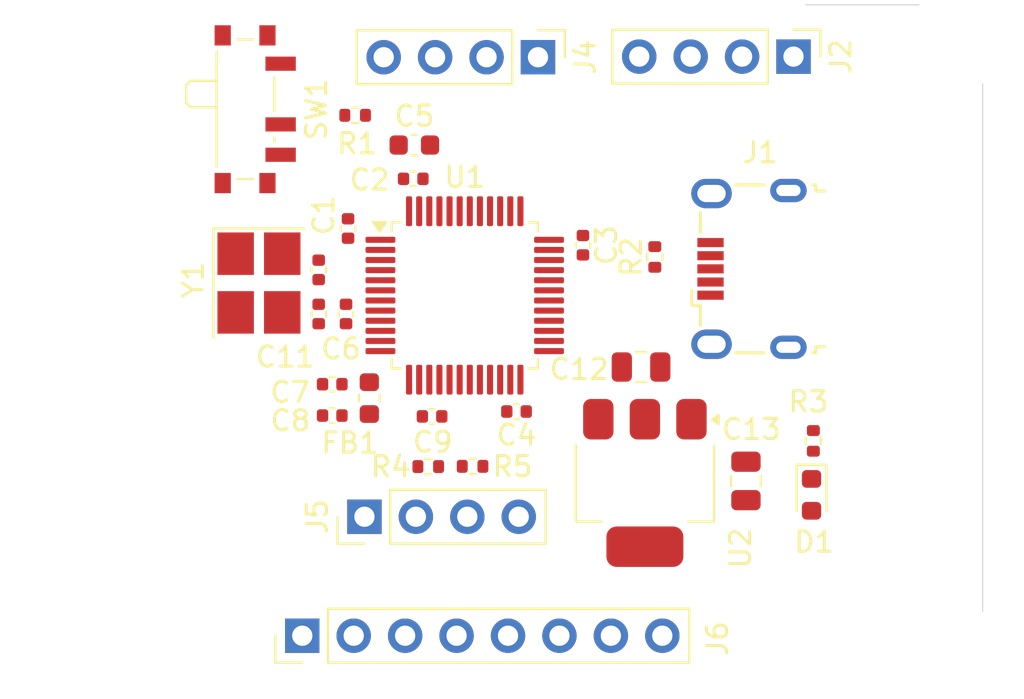
<source format=kicad_pcb>
(kicad_pcb (version 20240108) (generator "pcbnew") (generator_version "8.0")
  (layers (0 "F.Cu" signal) (31 "B.Cu" power) (34 "B.Paste" user) (35 "F.Paste" user) (36 "B.SilkS" user "B.Silkscreen") (37 "F.SilkS" user "F.Silkscreen") (38 "B.Mask" user) (39 "F.Mask" user) (44 "Edge.Cuts" user))
  (net 0 "")
  (net 1 "+3.3V")
  (net 2 "GND")
  (net 3 "+3.3VA")
  (net 4 "/NRST")
  (net 5 "/HSE_IN")
  (net 6 "/HSE_OUT")
  (net 7 "VBUS")
  (net 8 "/PWR_LED_K")
  (net 9 "/USB_D-")
  (net 13 "/USB_D+")
  (net 16 "/SWCLK")
  (net 17 "/SWDIO")
  (net 18 "/USART1_TX")
  (net 19 "/USART1_RX")
  (net 20 "/I2C2_SDA")
  (net 21 "/I2C2_SCL")
  (net 22 "/GPIO_1")
  (net 23 "/GPIO_2")
  (net 24 "/GPIO_5")
  (net 25 "/GPIO_3")
  (net 26 "/GPIO_0")
  (net 27 "/GPIO_4")
  (net 28 "/SW_BOOT0")
  (net 29 "/BOOT0")
  (footprint "Capacitor_SMD:C_0805_2012Metric" (layer "F.Cu") (at 130.55 59.83 90)
    (property "Reference" "C13" (at 2.55 0.27 0) (layer "F.SilkS"))
    (property "Value" "22u" (hide yes))
    (fp_line (start -0.261252 -0.735) (end 0.261252 -0.735) (stroke (width 0.12)) (layer "F.SilkS"))
    (fp_line (start -0.261252 0.735) (end 0.261252 0.735) (stroke (width 0.12)) (layer "F.SilkS"))
    (pad "1" smd roundrect (at -0.95 0 90) (size 1 1.45) (layers "F.Cu" "F.Paste" "F.Mask") (net 1 "+3.3V"))
    (pad "2" smd roundrect (at 0.95 0 90) (size 1 1.45) (layers "F.Cu" "F.Paste" "F.Mask") (net 2 "GND"))
  )
  (footprint "MountingHole:MountingHole_2.2mm_M2" (layer "F.Cu") (at 98.97 40.11)
    (property "Reference" "H3")
    (property "Value" "MountingHole")
    (pad "" np_thru_hole circle (at 0 0) (size 2.2 2.2) (drill 2.2) (layers "*.Cu" "*.Mask"))
  )
  (footprint "MountingHole:MountingHole_2.2mm_M2" (layer "F.Cu") (at 139.15 40.38)
    (property "Reference" "H1")
    (property "Value" "MountingHole")
    (pad "" np_thru_hole circle (at 0 0) (size 2.2 2.2) (drill 2.2) (layers "*.Cu" "*.Mask"))
  )
  (footprint "Connector_USB:USB_Micro-B_Wuerth_629105150521" (layer "F.Cu") (at 130.7 49.35 90)
    (property "Reference" "J1" (at 5.75 0.55 0) (layer "F.SilkS"))
    (property "Value" "USB_B_Micro" (hide yes))
    (fp_line (start -1.075 -2.825) (end -1.8 -2.825) (stroke (width 0.15)) (layer "F.SilkS"))
    (fp_line (start -1.8 -2.825) (end -1.8 -2.4) (stroke (width 0.15)) (layer "F.SilkS"))
    (fp_line (start 1.8 -2.4) (end 2.8 -2.4) (stroke (width 0.15)) (layer "F.SilkS"))
    (fp_line (start -1.8 -2.4) (end -2.8 -2.4) (stroke (width 0.15)) (layer "F.SilkS"))
    (fp_line (start -4.15 -0.65) (end -4.15 0.75) (stroke (width 0.15)) (layer "F.SilkS"))
    (fp_line (start 4.15 0.75) (end 4.15 -0.65) (stroke (width 0.15)) (layer "F.SilkS"))
    (fp_line (start -4.15 3.15) (end -4.15 3.3) (stroke (width 0.15)) (layer "F.SilkS"))
    (fp_line (start 4.15 3.3) (end 4.15 3.15) (stroke (width 0.15)) (layer "F.SilkS"))
    (fp_line (start 3.85 3.3) (end 4.15 3.3) (stroke (width 0.15)) (layer "F.SilkS"))
    (fp_line (start -3.85 3.3) (end -3.85 3.75) (stroke (width 0.15)) (layer "F.SilkS"))
    (fp_line (start -4.15 3.3) (end -3.85 3.3) (stroke (width 0.15)) (layer "F.SilkS"))
    (fp_line (start 3.85 3.75) (end 3.85 3.3) (stroke (width 0.15)) (layer "F.SilkS"))
    (pad "" np_thru_hole oval (at -2.5 -0.8 90) (size 0.8 0.8) (drill 0.8) (layers "*.Cu" "*.Mask"))
    (pad "" np_thru_hole oval (at 2.5 -0.8 90) (size 0.8 0.8) (drill 0.8) (layers "*.Cu" "*.Mask"))
    (pad "1" smd rect (at -1.3 -1.9 90) (size 0.45 1.3) (layers "F.Cu" "F.Paste" "F.Mask") (net 7 "VBUS"))
    (pad "2" smd rect (at -0.65 -1.9 90) (size 0.45 1.3) (layers "F.Cu" "F.Paste" "F.Mask") (net 9 "/USB_D-"))
    (pad "3" smd rect (at 0 -1.9 90) (size 0.45 1.3) (layers "F.Cu" "F.Paste" "F.Mask") (net 13 "/USB_D+"))
    (pad "4" smd rect (at 0.65 -1.9 90) (size 0.45 1.3) (layers "F.Cu" "F.Paste" "F.Mask"))
    (pad "5" smd rect (at 1.3 -1.9 90) (size 0.45 1.3) (layers "F.Cu" "F.Paste" "F.Mask") (net 2 "GND"))
    (pad "6" thru_hole oval (at -3.875 1.95 90) (size 1.15 1.8) (drill oval 0.55 1.2) (layers "*.Cu" "*.Mask"))
    (pad "6" thru_hole oval (at -3.725 -1.85 90) (size 1.45 2) (drill oval 0.85 1.4) (layers "*.Cu" "*.Mask"))
    (pad "6" thru_hole oval (at 3.725 -1.85 90) (size 1.45 2) (drill oval 0.85 1.4) (layers "*.Cu" "*.Mask"))
    (pad "6" thru_hole oval (at 3.875 1.95 90) (size 1.15 1.8) (drill oval 0.55 1.2) (layers "*.Cu" "*.Mask"))
  )
  (footprint "Connector_PinHeader_2.54mm:PinHeader_1x04_P2.54mm_Vertical" (layer "F.Cu") (at 111.71 61.6 90)
    (property "Reference" "J5" (at 0 -2.33 270) (layer "F.SilkS"))
    (property "Value" "Conn_01x04_Pin" (hide yes))
    (fp_line (start -1.33 -1.33) (end 0 -1.33) (stroke (width 0.12)) (layer "F.SilkS"))
    (fp_line (start -1.33 0) (end -1.33 -1.33) (stroke (width 0.12)) (layer "F.SilkS"))
    (fp_line (start 1.33 1.27) (end 1.33 8.95) (stroke (width 0.12)) (layer "F.SilkS"))
    (fp_line (start -1.33 1.27) (end 1.33 1.27) (stroke (width 0.12)) (layer "F.SilkS"))
    (fp_line (start -1.33 1.27) (end -1.33 8.95) (stroke (width 0.12)) (layer "F.SilkS"))
    (fp_line (start -1.33 8.95) (end 1.33 8.95) (stroke (width 0.12)) (layer "F.SilkS"))
    (pad "1" thru_hole rect (at 0 0 90) (size 1.7 1.7) (drill 1) (layers "*.Cu" "*.Mask") (net 1 "+3.3V"))
    (pad "2" thru_hole oval (at 0 2.54 90) (size 1.7 1.7) (drill 1) (layers "*.Cu" "*.Mask") (net 21 "/I2C2_SCL"))
    (pad "3" thru_hole oval (at 0 5.08 90) (size 1.7 1.7) (drill 1) (layers "*.Cu" "*.Mask") (net 20 "/I2C2_SDA"))
    (pad "4" thru_hole oval (at 0 7.62 90) (size 1.7 1.7) (drill 1) (layers "*.Cu" "*.Mask") (net 2 "GND"))
  )
  (footprint "Resistor_SMD:R_0402_1005Metric" (layer "F.Cu") (at 126.05 48.76 90)
    (property "Reference" "R2" (at 0 -1.17 270) (layer "F.SilkS"))
    (property "Value" "1k5" (hide yes))
    (fp_line (start -0.153641 -0.38) (end 0.153641 -0.38) (stroke (width 0.12)) (layer "F.SilkS"))
    (fp_line (start -0.153641 0.38) (end 0.153641 0.38) (stroke (width 0.12)) (layer "F.SilkS"))
    (pad "1" smd roundrect (at -0.51 0 90) (size 0.54 0.64) (layers "F.Cu" "F.Paste" "F.Mask") (net 13 "/USB_D+"))
    (pad "2" smd roundrect (at 0.51 0 90) (size 0.54 0.64) (layers "F.Cu" "F.Paste" "F.Mask") (net 1 "+3.3V"))
  )
  (footprint "Connector_PinHeader_2.54mm:PinHeader_1x04_P2.54mm_Vertical" (layer "F.Cu") (at 120.28 38.89 -90)
    (property "Reference" "J4" (at 0 -2.33 90) (layer "F.SilkS"))
    (property "Value" "Conn_01x04_Pin" (hide yes))
    (fp_line (start -1.33 8.95) (end 1.33 8.95) (stroke (width 0.12)) (layer "F.SilkS"))
    (fp_line (start -1.33 1.27) (end -1.33 8.95) (stroke (width 0.12)) (layer "F.SilkS"))
    (fp_line (start -1.33 1.27) (end 1.33 1.27) (stroke (width 0.12)) (layer "F.SilkS"))
    (fp_line (start 1.33 1.27) (end 1.33 8.95) (stroke (width 0.12)) (layer "F.SilkS"))
    (fp_line (start -1.33 0) (end -1.33 -1.33) (stroke (width 0.12)) (layer "F.SilkS"))
    (fp_line (start -1.33 -1.33) (end 0 -1.33) (stroke (width 0.12)) (layer "F.SilkS"))
    (pad "1" thru_hole rect (at 0 0 270) (size 1.7 1.7) (drill 1) (layers "*.Cu" "*.Mask") (net 1 "+3.3V"))
    (pad "2" thru_hole oval (at 0 2.54 270) (size 1.7 1.7) (drill 1) (layers "*.Cu" "*.Mask") (net 18 "/USART1_TX"))
    (pad "3" thru_hole oval (at 0 5.08 270) (size 1.7 1.7) (drill 1) (layers "*.Cu" "*.Mask") (net 19 "/USART1_RX"))
    (pad "4" thru_hole oval (at 0 7.62 270) (size 1.7 1.7) (drill 1) (layers "*.Cu" "*.Mask") (net 2 "GND"))
  )
  (footprint "Capacitor_SMD:C_0402_1005Metric" (layer "F.Cu") (at 119.22 56.4 180)
    (property "Reference" "C4" (at 0 -1.16 180) (layer "F.SilkS"))
    (property "Value" "100n" (hide yes))
    (fp_line (start -0.107836 0.36) (end 0.107836 0.36) (stroke (width 0.12)) (layer "F.SilkS"))
    (fp_line (start -0.107836 -0.36) (end 0.107836 -0.36) (stroke (width 0.12)) (layer "F.SilkS"))
    (pad "1" smd roundrect (at -0.48 0 180) (size 0.56 0.62) (layers "F.Cu" "F.Paste" "F.Mask") (net 1 "+3.3V"))
    (pad "2" smd roundrect (at 0.48 0 180) (size 0.56 0.62) (layers "F.Cu" "F.Paste" "F.Mask") (net 2 "GND"))
  )
  (footprint "Capacitor_SMD:C_0805_2012Metric" (layer "F.Cu") (at 125.37 54.2)
    (property "Reference" "C12" (at -3.06 0.11 180) (layer "F.SilkS"))
    (property "Value" "22u" (hide yes))
    (fp_line (start -0.261252 -0.735) (end 0.261252 -0.735) (stroke (width 0.12)) (layer "F.SilkS"))
    (fp_line (start -0.261252 0.735) (end 0.261252 0.735) (stroke (width 0.12)) (layer "F.SilkS"))
    (pad "1" smd roundrect (at -0.95 0) (size 1 1.45) (layers "F.Cu" "F.Paste" "F.Mask") (net 7 "VBUS"))
    (pad "2" smd roundrect (at 0.95 0) (size 1 1.45) (layers "F.Cu" "F.Paste" "F.Mask") (net 2 "GND"))
  )
  (footprint "Capacitor_SMD:C_0402_1005Metric" (layer "F.Cu") (at 110.12 56.6 180)
    (property "Reference" "C8" (at 2.07 -0.25 180) (layer "F.SilkS"))
    (property "Value" "1u" (hide yes))
    (fp_line (start -0.107836 0.36) (end 0.107836 0.36) (stroke (width 0.12)) (layer "F.SilkS"))
    (fp_line (start -0.107836 -0.36) (end 0.107836 -0.36) (stroke (width 0.12)) (layer "F.SilkS"))
    (pad "1" smd roundrect (at -0.48 0 180) (size 0.56 0.62) (layers "F.Cu" "F.Paste" "F.Mask") (net 1 "+3.3V"))
    (pad "2" smd roundrect (at 0.48 0 180) (size 0.56 0.62) (layers "F.Cu" "F.Paste" "F.Mask") (net 2 "GND"))
  )
  (footprint "Capacitor_SMD:C_0402_1005Metric" (layer "F.Cu") (at 109.45 51.58 90)
    (property "Reference" "C11" (at -2.12 -1.65 0) (layer "F.SilkS"))
    (property "Value" "10p" (hide yes))
    (fp_line (start -0.107836 -0.36) (end 0.107836 -0.36) (stroke (width 0.12)) (layer "F.SilkS"))
    (fp_line (start -0.107836 0.36) (end 0.107836 0.36) (stroke (width 0.12)) (layer "F.SilkS"))
    (pad "1" smd roundrect (at -0.48 0 90) (size 0.56 0.62) (layers "F.Cu" "F.Paste" "F.Mask") (net 6 "/HSE_OUT"))
    (pad "2" smd roundrect (at 0.48 0 90) (size 0.56 0.62) (layers "F.Cu" "F.Paste" "F.Mask") (net 2 "GND"))
  )
  (footprint "MountingHole:MountingHole_2.2mm_M2" (layer "F.Cu") (at 139.11 66.33)
    (property "Reference" "H2")
    (property "Value" "MountingHole")
    (pad "" np_thru_hole circle (at 0 0) (size 2.2 2.2) (drill 2.2) (layers "*.Cu" "*.Mask"))
  )
  (footprint "Capacitor_SMD:C_0402_1005Metric" (layer "F.Cu") (at 110.9 47.355 90)
    (property "Reference" "C1" (at 0.655 -1.2 -90) (layer "F.SilkS"))
    (property "Value" "100n" (hide yes))
    (fp_line (start -0.107836 -0.36) (end 0.107836 -0.36) (stroke (width 0.12)) (layer "F.SilkS"))
    (fp_line (start -0.107836 0.36) (end 0.107836 0.36) (stroke (width 0.12)) (layer "F.SilkS"))
    (pad "1" smd roundrect (at -0.48 0 90) (size 0.56 0.62) (layers "F.Cu" "F.Paste" "F.Mask") (net 1 "+3.3V"))
    (pad "2" smd roundrect (at 0.48 0 90) (size 0.56 0.62) (layers "F.Cu" "F.Paste" "F.Mask") (net 2 "GND"))
  )
  (footprint "Capacitor_SMD:C_0402_1005Metric" (layer "F.Cu") (at 110.12 55.05 180)
    (property "Reference" "C7" (at 2.08 -0.4 0) (layer "F.SilkS"))
    (property "Value" "1u" (hide yes))
    (fp_line (start -0.107836 0.36) (end 0.107836 0.36) (stroke (width 0.12)) (layer "F.SilkS"))
    (fp_line (start -0.107836 -0.36) (end 0.107836 -0.36) (stroke (width 0.12)) (layer "F.SilkS"))
    (pad "1" smd roundrect (at -0.48 0 180) (size 0.56 0.62) (layers "F.Cu" "F.Paste" "F.Mask") (net 3 "+3.3VA"))
    (pad "2" smd roundrect (at 0.48 0 180) (size 0.56 0.62) (layers "F.Cu" "F.Paste" "F.Mask") (net 2 "GND"))
  )
  (footprint "Capacitor_SMD:C_0402_1005Metric" (layer "F.Cu") (at 122.5 48.18 -90)
    (property "Reference" "C3" (at 0 -1.16 90) (layer "F.SilkS"))
    (property "Value" "100n" (hide yes))
    (fp_line (start -0.107836 0.36) (end 0.107836 0.36) (stroke (width 0.12)) (layer "F.SilkS"))
    (fp_line (start -0.107836 -0.36) (end 0.107836 -0.36) (stroke (width 0.12)) (layer "F.SilkS"))
    (pad "1" smd roundrect (at -0.48 0 270) (size 0.56 0.62) (layers "F.Cu" "F.Paste" "F.Mask") (net 1 "+3.3V"))
    (pad "2" smd roundrect (at 0.48 0 270) (size 0.56 0.62) (layers "F.Cu" "F.Paste" "F.Mask") (net 2 "GND"))
  )
  (footprint "Resistor_SMD:R_0402_1005Metric" (layer "F.Cu") (at 111.25 41.76)
    (property "Reference" "R1" (at 0.09 1.4 0) (layer "F.SilkS"))
    (property "Value" "10k" (hide yes))
    (fp_line (start -0.153641 -0.38) (end 0.153641 -0.38) (stroke (width 0.12)) (layer "F.SilkS"))
    (fp_line (start -0.153641 0.38) (end 0.153641 0.38) (stroke (width 0.12)) (layer "F.SilkS"))
    (pad "1" smd roundrect (at -0.51 0) (size 0.54 0.64) (layers "F.Cu" "F.Paste" "F.Mask") (net 28 "/SW_BOOT0"))
    (pad "2" smd roundrect (at 0.51 0) (size 0.54 0.64) (layers "F.Cu" "F.Paste" "F.Mask") (net 29 "/BOOT0"))
  )
  (footprint "Capacitor_SMD:C_0402_1005Metric" (layer "F.Cu") (at 114.12 44.9)
    (property "Reference" "C2" (at -2.16 0.05 0) (layer "F.SilkS"))
    (property "Value" "100n" (hide yes))
    (fp_line (start -0.107836 -0.36) (end 0.107836 -0.36) (stroke (width 0.12)) (layer "F.SilkS"))
    (fp_line (start -0.107836 0.36) (end 0.107836 0.36) (stroke (width 0.12)) (layer "F.SilkS"))
    (pad "1" smd roundrect (at -0.48 0) (size 0.56 0.62) (layers "F.Cu" "F.Paste" "F.Mask") (net 1 "+3.3V"))
    (pad "2" smd roundrect (at 0.48 0) (size 0.56 0.62) (layers "F.Cu" "F.Paste" "F.Mask") (net 2 "GND"))
  )
  (footprint "Capacitor_SMD:C_0402_1005Metric" (layer "F.Cu") (at 110.8 51.58 90)
    (property "Reference" "C6" (at -1.72 -0.25 0) (layer "F.SilkS"))
    (property "Value" "10n" (hide yes))
    (fp_line (start -0.107836 -0.36) (end 0.107836 -0.36) (stroke (width 0.12)) (layer "F.SilkS"))
    (fp_line (start -0.107836 0.36) (end 0.107836 0.36) (stroke (width 0.12)) (layer "F.SilkS"))
    (pad "1" smd roundrect (at -0.48 0 90) (size 0.56 0.62) (layers "F.Cu" "F.Paste" "F.Mask") (net 3 "+3.3VA"))
    (pad "2" smd roundrect (at 0.48 0 90) (size 0.56 0.62) (layers "F.Cu" "F.Paste" "F.Mask") (net 2 "GND"))
  )
  (footprint "Capacitor_SMD:C_0603_1608Metric" (layer "F.Cu") (at 114.175 43.23)
    (property "Reference" "C5" (at 0 -1.43 0) (layer "F.SilkS"))
    (property "Value" "10u" (hide yes))
    (fp_line (start -0.14058 -0.51) (end 0.14058 -0.51) (stroke (width 0.12)) (layer "F.SilkS"))
    (fp_line (start -0.14058 0.51) (end 0.14058 0.51) (stroke (width 0.12)) (layer "F.SilkS"))
    (pad "1" smd roundrect (at -0.775 0) (size 0.9 0.95) (layers "F.Cu" "F.Paste" "F.Mask") (net 1 "+3.3V"))
    (pad "2" smd roundrect (at 0.775 0) (size 0.9 0.95) (layers "F.Cu" "F.Paste" "F.Mask") (net 2 "GND"))
  )
  (footprint "Inductor_SMD:L_0603_1608Metric" (layer "F.Cu") (at 111.95 55.7375 -90)
    (property "Reference" "FB1" (at 2.2125 0.96 180) (layer "F.SilkS"))
    (property "Value" "120R" (hide yes))
    (fp_line (start -0.162779 0.51) (end 0.162779 0.51) (stroke (width 0.12)) (layer "F.SilkS"))
    (fp_line (start -0.162779 -0.51) (end 0.162779 -0.51) (stroke (width 0.12)) (layer "F.SilkS"))
    (pad "1" smd roundrect (at -0.7875 0 270) (size 0.875 0.95) (layers "F.Cu" "F.Paste" "F.Mask") (net 3 "+3.3VA"))
    (pad "2" smd roundrect (at 0.7875 0 270) (size 0.875 0.95) (layers "F.Cu" "F.Paste" "F.Mask") (net 1 "+3.3V"))
  )
  (footprint "Button_Switch_SMD:SW_SPDT_PCM12" (layer "F.Cu") (at 106.14 41.46 -90)
    (property "Reference" "SW1" (at 0 -3.2 90) (layer "F.SilkS"))
    (property "Value" "SW_SPDT" (hide yes))
    (fp_line (start -1.2 3.23) (end -0.3 3.23) (stroke (width 0.12)) (layer "F.SilkS"))
    (fp_line (start -1.4 3.02) (end -1.2 3.23) (stroke (width 0.12)) (layer "F.SilkS"))
    (fp_line (start -0.1 3.02) (end -0.3 3.23) (stroke (width 0.12)) (layer "F.SilkS"))
    (fp_line (start -0.1 3.02) (end -0.1 1.73) (stroke (width 0.12)) (layer "F.SilkS"))
    (fp_line (start -2.85 1.73) (end 2.85 1.73) (stroke (width 0.12)) (layer "F.SilkS"))
    (fp_line (start -1.4 1.73) (end -1.4 3.02) (stroke (width 0.12)) (layer "F.SilkS"))
    (fp_line (start 3.45 0.72) (end 3.45 -0.07) (stroke (width 0.12)) (layer "F.SilkS"))
    (fp_line (start -3.45 -0.07) (end -3.45 0.72) (stroke (width 0.12)) (layer "F.SilkS"))
    (fp_line (start -1.6 -1.12) (end 0.1 -1.12) (stroke (width 0.12)) (layer "F.SilkS"))
    (fp_line (start 1.4 -1.12) (end 1.6 -1.12) (stroke (width 0.12)) (layer "F.SilkS"))
    (pad "" smd rect (at -3.65 -0.78 270) (size 1 0.8) (layers "F.Cu" "F.Paste" "F.Mask"))
    (pad "" smd rect (at -3.65 1.43 270) (size 1 0.8) (layers "F.Cu" "F.Paste" "F.Mask"))
    (pad "" np_thru_hole circle (at -1.5 0.33 270) (size 0.9 0.9) (drill 0.9) (layers "*.Cu" "*.Mask"))
    (pad "" np_thru_hole circle (at 1.5 0.33 270) (size 0.9 0.9) (drill 0.9) (layers "*.Cu" "*.Mask"))
    (pad "" smd rect (at 3.65 -0.78 270) (size 1 0.8) (layers "F.Cu" "F.Paste" "F.Mask"))
    (pad "" smd rect (at 3.65 1.43 270) (size 1 0.8) (layers "F.Cu" "F.Paste" "F.Mask"))
    (pad "1" smd rect (at -2.25 -1.43 270) (size 0.7 1.5) (layers "F.Cu" "F.Paste" "F.Mask") (net 2 "GND"))
    (pad "2" smd rect (at 0.75 -1.43 270) (size 0.7 1.5) (layers "F.Cu" "F.Paste" "F.Mask") (net 28 "/SW_BOOT0"))
    (pad "3" smd rect (at 2.25 -1.43 270) (size 0.7 1.5) (layers "F.Cu" "F.Paste" "F.Mask") (net 1 "+3.3V"))
  )
  (footprint "Crystal:Crystal_SMD_3225-4Pin_3.2x2.5mm_HandSoldering" (layer "F.Cu") (at 106.5 50.05 -90)
    (property "Reference" "Y1" (at -0.15 3.25 90) (layer "F.SilkS"))
    (property "Value" "16MHz" (hide yes))
    (fp_line (start -2.7 2.25) (end 2.7 2.25) (stroke (width 0.12)) (layer "F.SilkS"))
    (fp_line (start -2.7 -2.25) (end -2.7 2.25) (stroke (width 0.12)) (layer "F.SilkS"))
    (pad "1" smd rect (at -1.45 1.15 270) (size 2.1 1.8) (layers "F.Cu" "F.Paste" "F.Mask") (net 5 "/HSE_IN"))
    (pad "2" smd rect (at 1.45 1.15 270) (size 2.1 1.8) (layers "F.Cu" "F.Paste" "F.Mask") (net 2 "GND"))
    (pad "3" smd rect (at 1.45 -1.15 270) (size 2.1 1.8) (layers "F.Cu" "F.Paste" "F.Mask") (net 6 "/HSE_OUT"))
    (pad "4" smd rect (at -1.45 -1.15 270) (size 2.1 1.8) (layers "F.Cu" "F.Paste" "F.Mask") (net 2 "GND"))
  )
  (footprint "Connector_PinHeader_2.54mm:PinHeader_1x04_P2.54mm_Vertical" (layer "F.Cu") (at 132.9 38.86 -90)
    (property "Reference" "J2" (at 0 -2.33 90) (layer "F.SilkS"))
    (property "Value" "Conn_01x04_Pin" (hide yes))
    (fp_line (start -1.33 8.95) (end 1.33 8.95) (stroke (width 0.12)) (layer "F.SilkS"))
    (fp_line (start -1.33 1.27) (end -1.33 8.95) (stroke (width 0.12)) (layer "F.SilkS"))
    (fp_line (start -1.33 1.27) (end 1.33 1.27) (stroke (width 0.12)) (layer "F.SilkS"))
    (fp_line (start 1.33 1.27) (end 1.33 8.95) (stroke (width 0.12)) (layer "F.SilkS"))
    (fp_line (start -1.33 0) (end -1.33 -1.33) (stroke (width 0.12)) (layer "F.SilkS"))
    (fp_line (start -1.33 -1.33) (end 0 -1.33) (stroke (width 0.12)) (layer "F.SilkS"))
    (pad "1" thru_hole rect (at 0 0 270) (size 1.7 1.7) (drill 1) (layers "*.Cu" "*.Mask") (net 1 "+3.3V"))
    (pad "2" thru_hole oval (at 0 2.54 270) (size 1.7 1.7) (drill 1) (layers "*.Cu" "*.Mask") (net 17 "/SWDIO"))
    (pad "3" thru_hole oval (at 0 5.08 270) (size 1.7 1.7) (drill 1) (layers "*.Cu" "*.Mask") (net 16 "/SWCLK"))
    (pad "4" thru_hole oval (at 0 7.62 270) (size 1.7 1.7) (drill 1) (layers "*.Cu" "*.Mask") (net 2 "GND"))
  )
  (footprint "Connector_PinHeader_2.54mm:PinHeader_1x08_P2.54mm_Vertical" (layer "F.Cu") (at 108.64 67.48 90)
    (property "Reference" "J6" (at -0.15 20.5 270) (layer "F.SilkS"))
    (property "Value" "Conn_01x08_Pin" (hide yes))
    (fp_line (start -1.33 -1.33) (end 0 -1.33) (stroke (width 0.12)) (layer "F.SilkS"))
    (fp_line (start -1.33 0) (end -1.33 -1.33) (stroke (width 0.12)) (layer "F.SilkS"))
    (fp_line (start 1.33 1.27) (end 1.33 19.11) (stroke (width 0.12)) (layer "F.SilkS"))
    (fp_line (start -1.33 1.27) (end 1.33 1.27) (stroke (width 0.12)) (layer "F.SilkS"))
    (fp_line (start -1.33 1.27) (end -1.33 19.11) (stroke (width 0.12)) (layer "F.SilkS"))
    (fp_line (start -1.33 19.11) (end 1.33 19.11) (stroke (width 0.12)) (layer "F.SilkS"))
    (pad "1" thru_hole rect (at 0 0 90) (size 1.7 1.7) (drill 1) (layers "*.Cu" "*.Mask") (net 1 "+3.3V"))
    (pad "2" thru_hole oval (at 0 2.54 90) (size 1.7 1.7) (drill 1) (layers "*.Cu" "*.Mask") (net 26 "/GPIO_0"))
    (pad "3" thru_hole oval (at 0 5.08 90) (size 1.7 1.7) (drill 1) (layers "*.Cu" "*.Mask") (net 22 "/GPIO_1"))
    (pad "4" thru_hole oval (at 0 7.62 90) (size 1.7 1.7) (drill 1) (layers "*.Cu" "*.Mask") (net 23 "/GPIO_2"))
    (pad "5" thru_hole oval (at 0 10.16 90) (size 1.7 1.7) (drill 1) (layers "*.Cu" "*.Mask") (net 25 "/GPIO_3"))
    (pad "6" thru_hole oval (at 0 12.7 90) (size 1.7 1.7) (drill 1) (layers "*.Cu" "*.Mask") (net 27 "/GPIO_4"))
    (pad "7" thru_hole oval (at 0 15.24 90) (size 1.7 1.7) (drill 1) (layers "*.Cu" "*.Mask") (net 24 "/GPIO_5"))
    (pad "8" thru_hole oval (at 0 17.78 90) (size 1.7 1.7) (drill 1) (layers "*.Cu" "*.Mask") (net 2 "GND"))
  )
  (footprint "Package_TO_SOT_SMD:SOT-223-3_TabPin2" (layer "F.Cu") (at 125.56 59.93 -90)
    (property "Reference" "U2" (at 3.22 -4.72 90) (layer "F.SilkS"))
    (property "Value" "AMS1117-3.3" (hide yes))
    (fp_line (start -1.85 3.41) (end 1.91 3.41) (stroke (width 0.12)) (layer "F.SilkS"))
    (fp_line (start 1.91 3.41) (end 1.91 2.15) (stroke (width 0.12)) (layer "F.SilkS"))
    (fp_line (start -1.85 -3.41) (end 1.91 -3.41) (stroke (width 0.12)) (layer "F.SilkS"))
    (fp_line (start 1.91 -3.41) (end 1.91 -2.15) (stroke (width 0.12)) (layer "F.SilkS"))
    (fp_poly (pts (xy -3.13 -3.31) (xy -3.37 -3.64) (xy -2.89 -3.64) (xy -3.13 -3.31)) (stroke (width 0.12)) (fill solid) (layer "F.SilkS"))
    (pad "1" smd roundrect (at -3.15 -2.3 270) (size 2 1.5) (layers "F.Cu" "F.Paste" "F.Mask") (net 2 "GND"))
    (pad "2" smd roundrect (at -3.15 0 270) (size 2 1.5) (layers "F.Cu" "F.Paste" "F.Mask") (net 1 "+3.3V"))
    (pad "2" smd roundrect (at 3.15 0 270) (size 2 3.8) (layers "F.Cu" "F.Paste" "F.Mask") (net 1 "+3.3V"))
    (pad "3" smd roundrect (at -3.15 2.3 270) (size 2 1.5) (layers "F.Cu" "F.Paste" "F.Mask") (net 7 "VBUS"))
  )
  (footprint "LED_SMD:LED_0603_1608Metric" (layer "F.Cu") (at 133.79 60.5175 -90)
    (property "Reference" "D1" (at 2.3325 -0.13 180) (layer "F.SilkS"))
    (property "Value" "LED" (hide yes))
    (fp_line (start -1.485 0.735) (end 0.8 0.735) (stroke (width 0.12)) (layer "F.SilkS"))
    (fp_line (start -1.485 -0.735) (end -1.485 0.735) (stroke (width 0.12)) (layer "F.SilkS"))
    (fp_line (start 0.8 -0.735) (end -1.485 -0.735) (stroke (width 0.12)) (layer "F.SilkS"))
    (pad "1" smd roundrect (at -0.7875 0 270) (size 0.875 0.95) (layers "F.Cu" "F.Paste" "F.Mask") (net 8 "/PWR_LED_K"))
    (pad "2" smd roundrect (at 0.7875 0 270) (size 0.875 0.95) (layers "F.Cu" "F.Paste" "F.Mask") (net 1 "+3.3V"))
  )
  (footprint "Resistor_SMD:R_0402_1005Metric" (layer "F.Cu") (at 117.05 59.11 180)
    (property "Reference" "R5" (at -1.97 -0.01 180) (layer "F.SilkS"))
    (property "Value" "1k5" (hide yes))
    (fp_line (start -0.153641 0.38) (end 0.153641 0.38) (stroke (width 0.12)) (layer "F.SilkS"))
    (fp_line (start -0.153641 -0.38) (end 0.153641 -0.38) (stroke (width 0.12)) (layer "F.SilkS"))
    (pad "1" smd roundrect (at -0.51 0 180) (size 0.54 0.64) (layers "F.Cu" "F.Paste" "F.Mask") (net 20 "/I2C2_SDA"))
    (pad "2" smd roundrect (at 0.51 0 180) (size 0.54 0.64) (layers "F.Cu" "F.Paste" "F.Mask") (net 1 "+3.3V"))
  )
  (footprint "Capacitor_SMD:C_0402_1005Metric" (layer "F.Cu") (at 109.45 49.4 90)
    (property "Reference" "C10" (hide yes))
    (property "Value" "10p" (hide yes))
    (fp_line (start -0.107836 -0.36) (end 0.107836 -0.36) (stroke (width 0.12)) (layer "F.SilkS"))
    (fp_line (start -0.107836 0.36) (end 0.107836 0.36) (stroke (width 0.12)) (layer "F.SilkS"))
    (pad "1" smd roundrect (at -0.48 0 90) (size 0.56 0.62) (layers "F.Cu" "F.Paste" "F.Mask") (net 5 "/HSE_IN"))
    (pad "2" smd roundrect (at 0.48 0 90) (size 0.56 0.62) (layers "F.Cu" "F.Paste" "F.Mask") (net 2 "GND"))
  )
  (footprint "Capacitor_SMD:C_0402_1005Metric" (layer "F.Cu") (at 115.05 56.64)
    (property "Reference" "C9" (at 0.03 1.27 0) (layer "F.SilkS"))
    (property "Value" "100n" (hide yes))
    (fp_line (start -0.107836 -0.36) (end 0.107836 -0.36) (stroke (width 0.12)) (layer "F.SilkS"))
    (fp_line (start -0.107836 0.36) (end 0.107836 0.36) (stroke (width 0.12)) (layer "F.SilkS"))
    (pad "1" smd roundrect (at -0.48 0) (size 0.56 0.62) (layers "F.Cu" "F.Paste" "F.Mask") (net 4 "/NRST"))
    (pad "2" smd roundrect (at 0.48 0) (size 0.56 0.62) (layers "F.Cu" "F.Paste" "F.Mask") (net 2 "GND"))
  )
  (footprint "Package_QFP:LQFP-48_7x7mm_P0.5mm" (layer "F.Cu") (at 116.6625 50.6625)
    (property "Reference" "U1" (at 0 -5.85 0) (layer "F.SilkS"))
    (property "Value" "STM32F103C8T6" (hide yes))
    (fp_line (start -3.61 -3.61) (end -3.61 -3.16) (stroke (width 0.12)) (layer "F.SilkS"))
    (fp_line (start -3.61 3.61) (end -3.61 3.16) (stroke (width 0.12)) (layer "F.SilkS"))
    (fp_line (start -3.16 -3.61) (end -3.61 -3.61) (stroke (width 0.12)) (layer "F.SilkS"))
    (fp_line (start -3.16 3.61) (end -3.61 3.61) (stroke (width 0.12)) (layer "F.SilkS"))
    (fp_line (start 3.16 -3.61) (end 3.61 -3.61) (stroke (width 0.12)) (layer "F.SilkS"))
    (fp_line (start 3.16 3.61) (end 3.61 3.61) (stroke (width 0.12)) (layer "F.SilkS"))
    (fp_line (start 3.61 -3.61) (end 3.61 -3.16) (stroke (width 0.12)) (layer "F.SilkS"))
    (fp_line (start 3.61 3.61) (end 3.61 3.16) (stroke (width 0.12)) (layer "F.SilkS"))
    (fp_poly (pts (xy -4.2 -3.16) (xy -4.54 -3.63) (xy -3.86 -3.63) (xy -4.2 -3.16)) (stroke (width 0.12)) (fill solid) (layer "F.SilkS"))
    (pad "1" smd roundrect (at -4.1625 -2.75) (size 1.475 0.3) (layers "F.Cu" "F.Paste" "F.Mask") (net 1 "+3.3V"))
    (pad "2" smd roundrect (at -4.1625 -2.25) (size 1.475 0.3) (layers "F.Cu" "F.Paste" "F.Mask"))
    (pad "3" smd roundrect (at -4.1625 -1.75) (size 1.475 0.3) (layers "F.Cu" "F.Paste" "F.Mask"))
    (pad "4" smd roundrect (at -4.1625 -1.25) (size 1.475 0.3) (layers "F.Cu" "F.Paste" "F.Mask"))
    (pad "5" smd roundrect (at -4.1625 -0.75) (size 1.475 0.3) (layers "F.Cu" "F.Paste" "F.Mask") (net 5 "/HSE_IN"))
    (pad "6" smd roundrect (at -4.1625 -0.25) (size 1.475 0.3) (layers "F.Cu" "F.Paste" "F.Mask") (net 6 "/HSE_OUT"))
    (pad "7" smd roundrect (at -4.1625 0.25) (size 1.475 0.3) (layers "F.Cu" "F.Paste" "F.Mask") (net 4 "/NRST"))
    (pad "8" smd roundrect (at -4.1625 0.75) (size 1.475 0.3) (layers "F.Cu" "F.Paste" "F.Mask") (net 2 "GND"))
    (pad "9" smd roundrect (at -4.1625 1.25) (size 1.475 0.3) (layers "F.Cu" "F.Paste" "F.Mask") (net 3 "+3.3VA"))
    (pad "10" smd roundrect (at -4.1625 1.75) (size 1.475 0.3) (layers "F.Cu" "F.Paste" "F.Mask") (net 26 "/GPIO_0"))
    (pad "11" smd roundrect (at -4.1625 2.25) (size 1.475 0.3) (layers "F.Cu" "F.Paste" "F.Mask") (net 22 "/GPIO_1"))
    (pad "12" smd roundrect (at -4.1625 2.75) (size 1.475 0.3) (layers "F.Cu" "F.Paste" "F.Mask") (net 23 "/GPIO_2"))
    (pad "13" smd roundrect (at -2.75 4.1625) (size 0.3 1.475) (layers "F.Cu" "F.Paste" "F.Mask") (net 25 "/GPIO_3"))
    (pad "14" smd roundrect (at -2.25 4.1625) (size 0.3 1.475) (layers "F.Cu" "F.Paste" "F.Mask") (net 27 "/GPIO_4"))
    (pad "15" smd roundrect (at -1.75 4.1625) (size 0.3 1.475) (layers "F.Cu" "F.Paste" "F.Mask") (net 24 "/GPIO_5"))
    (pad "16" smd roundrect (at -1.25 4.1625) (size 0.3 1.475) (layers "F.Cu" "F.Paste" "F.Mask"))
    (pad "17" smd roundrect (at -0.75 4.1625) (size 0.3 1.475) (layers "F.Cu" "F.Paste" "F.Mask"))
    (pad "18" smd roundrect (at -0.25 4.1625) (size 0.3 1.475) (layers "F.Cu" "F.Paste" "F.Mask"))
    (pad "19" smd roundrect (at 0.25 4.1625) (size 0.3 1.475) (layers "F.Cu" "F.Paste" "F.Mask"))
    (pad "20" smd roundrect (at 0.75 4.1625) (size 0.3 1.475) (layers "F.Cu" "F.Paste" "F.Mask"))
    (pad "21" smd roundrect (at 1.25 4.1625) (size 0.3 1.475) (layers "F.Cu" "F.Paste" "F.Mask") (net 21 "/I2C2_SCL"))
    (pad "22" smd roundrect (at 1.75 4.1625) (size 0.3 1.475) (layers "F.Cu" "F.Paste" "F.Mask") (net 20 "/I2C2_SDA"))
    (pad "23" smd roundrect (at 2.25 4.1625) (size 0.3 1.475) (layers "F.Cu" "F.Paste" "F.Mask") (net 2 "GND"))
    (pad "24" smd roundrect (at 2.75 4.1625) (size 0.3 1.475) (layers "F.Cu" "F.Paste" "F.Mask") (net 1 "+3.3V"))
    (pad "25" smd roundrect (at 4.1625 2.75) (size 1.475 0.3) (layers "F.Cu" "F.Paste" "F.Mask"))
    (pad "26" smd roundrect (at 4.1625 2.25) (size 1.475 0.3) (layers "F.Cu" "F.Paste" "F.Mask"))
    (pad "27" smd roundrect (at 4.1625 1.75) (size 1.475 0.3) (layers "F.Cu" "F.Paste" "F.Mask"))
    (pad "28" smd roundrect (at 4.1625 1.25) (size 1.475 0.3) (layers "F.Cu" "F.Paste" "F.Mask"))
    (pad "29" smd roundrect (at 4.1625 0.75) (size 1.475 0.3) (layers "F.Cu" "F.Paste" "F.Mask"))
    (pad "30" smd roundrect (at 4.1625 0.25) (size 1.475 0.3) (layers "F.Cu" "F.Paste" "F.Mask"))
    (pad "31" smd roundrect (at 4.1625 -0.25) (size 1.475 0.3) (layers "F.Cu" "F.Paste" "F.Mask"))
    (pad "32" smd roundrect (at 4.1625 -0.75) (size 1.475 0.3) (layers "F.Cu" "F.Paste" "F.Mask") (net 9 "/USB_D-"))
    (pad "33" smd roundrect (at 4.1625 -1.25) (size 1.475 0.3) (layers "F.Cu" "F.Paste" "F.Mask") (net 13 "/USB_D+"))
    (pad "34" smd roundrect (at 4.1625 -1.75) (size 1.475 0.3) (layers "F.Cu" "F.Paste" "F.Mask") (net 17 "/SWDIO"))
    (pad "35" smd roundrect (at 4.1625 -2.25) (size 1.475 0.3) (layers "F.Cu" "F.Paste" "F.Mask") (net 2 "GND"))
    (pad "36" smd roundrect (at 4.1625 -2.75) (size 1.475 0.3) (layers "F.Cu" "F.Paste" "F.Mask") (net 1 "+3.3V"))
    (pad "37" smd roundrect (at 2.75 -4.1625) (size 0.3 1.475) (layers "F.Cu" "F.Paste" "F.Mask") (net 16 "/SWCLK"))
    (pad "38" smd roundrect (at 2.25 -4.1625) (size 0.3 1.475) (layers "F.Cu" "F.Paste" "F.Mask"))
    (pad "39" smd roundrect (at 1.75 -4.1625) (size 0.3 1.475) (layers "F.Cu" "F.Paste" "F.Mask"))
    (pad "40" smd roundrect (at 1.25 -4.1625) (size 0.3 1.475) (layers "F.Cu" "F.Paste" "F.Mask"))
    (pad "41" smd roundrect (at 0.75 -4.1625) (size 0.3 1.475) (layers "F.Cu" "F.Paste" "F.Mask"))
    (pad "42" smd roundrect (at 0.25 -4.1625) (size 0.3 1.475) (layers "F.Cu" "F.Paste" "F.Mask") (net 18 "/USART1_TX"))
    (pad "43" smd roundrect (at -0.25 -4.1625) (size 0.3 1.475) (layers "F.Cu" "F.Paste" "F.Mask") (net 19 "/USART1_RX"))
    (pad "44" smd roundrect (at -0.75 -4.1625) (size 0.3 1.475) (layers "F.Cu" "F.Paste" "F.Mask") (net 29 "/BOOT0"))
    (pad "45" smd roundrect (at -1.25 -4.1625) (size 0.3 1.475) (layers "F.Cu" "F.Paste" "F.Mask"))
    (pad "46" smd roundrect (at -1.75 -4.1625) (size 0.3 1.475) (layers "F.Cu" "F.Paste" "F.Mask"))
    (pad "47" smd roundrect (at -2.25 -4.1625) (size 0.3 1.475) (layers "F.Cu" "F.Paste" "F.Mask") (net 2 "GND"))
    (pad "48" smd roundrect (at -2.75 -4.1625) (size 0.3 1.475) (layers "F.Cu" "F.Paste" "F.Mask") (net 1 "+3.3V"))
  )
  (footprint "MountingHole:MountingHole_2.2mm_M2" (layer "F.Cu") (at 98.86 66.57)
    (property "Reference" "H4")
    (property "Value" "MountingHole")
    (pad "" np_thru_hole circle (at 0 0) (size 2.2 2.2) (drill 2.2) (layers "*.Cu" "*.Mask"))
  )
  (footprint "Resistor_SMD:R_0402_1005Metric" (layer "F.Cu") (at 114.86 59.12)
    (property "Reference" "R4" (at -1.86 0.01 360) (layer "F.SilkS"))
    (property "Value" "1k5" (hide yes))
    (fp_line (start -0.153641 -0.38) (end 0.153641 -0.38) (stroke (width 0.12)) (layer "F.SilkS"))
    (fp_line (start -0.153641 0.38) (end 0.153641 0.38) (stroke (width 0.12)) (layer "F.SilkS"))
    (pad "1" smd roundrect (at -0.51 0) (size 0.54 0.64) (layers "F.Cu" "F.Paste" "F.Mask") (net 21 "/I2C2_SCL"))
    (pad "2" smd roundrect (at 0.51 0) (size 0.54 0.64) (layers "F.Cu" "F.Paste" "F.Mask") (net 1 "+3.3V"))
  )
  (footprint "Resistor_SMD:R_0402_1005Metric" (layer "F.Cu") (at 133.88 57.85 90)
    (property "Reference" "R3" (at 1.93 -0.25 0) (layer "F.SilkS"))
    (property "Value" "1k5" (hide yes))
    (fp_line (start -0.153641 -0.38) (end 0.153641 -0.38) (stroke (width 0.12)) (layer "F.SilkS"))
    (fp_line (start -0.153641 0.38) (end 0.153641 0.38) (stroke (width 0.12)) (layer "F.SilkS"))
    (pad "1" smd roundrect (at -0.51 0 90) (size 0.54 0.64) (layers "F.Cu" "F.Paste" "F.Mask") (net 8 "/PWR_LED_K"))
    (pad "2" smd roundrect (at 0.51 0 90) (size 0.54 0.64) (layers "F.Cu" "F.Paste" "F.Mask") (net 2 "GND"))
  )
  (gr_line (start 133.5 36.3) (end 139.1 36.3) (stroke (width 0.05)) (layer "Edge.Cuts"))
  (gr_line (start 142.24 66.294) (end 142.24 40.2) (stroke (width 0.05)) (layer "Edge.Cuts"))
)
</source>
